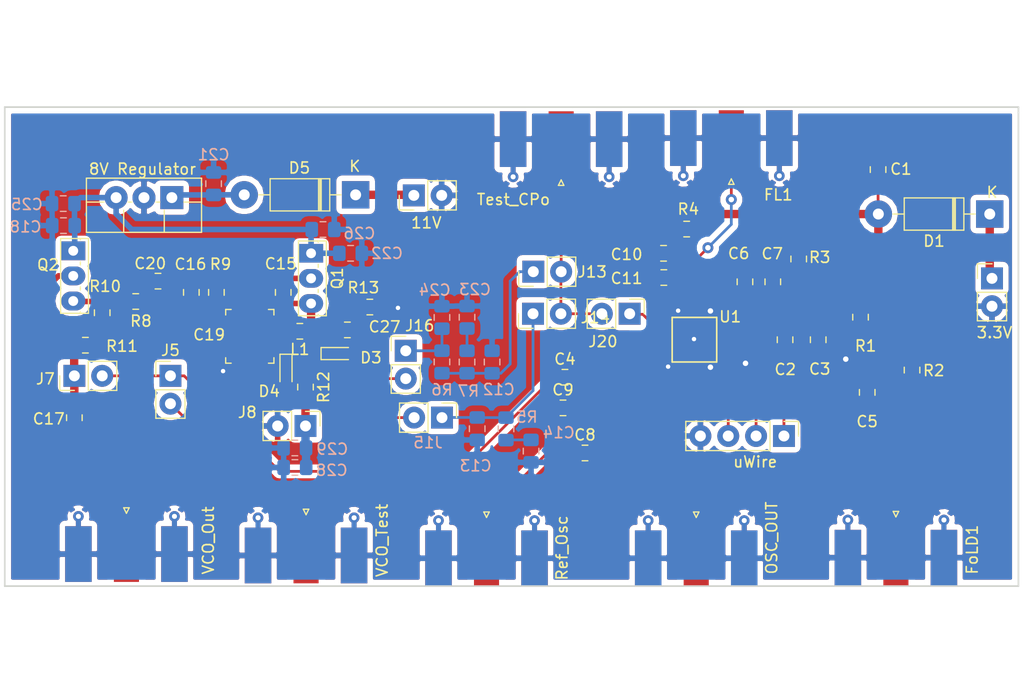
<source format=kicad_pcb>
(kicad_pcb (version 20171130) (host pcbnew "(5.0.2)-1")
  (layers (0 F.Cu signal) (31 B.Cu signal) (34 B.Paste user) (35 F.Paste user) (36 B.SilkS user) (37 F.SilkS user) (38 B.Mask user) (39 F.Mask user) (44 Edge.Cuts user))
  (net 0 "")
  (net 1 GND)
  (net 2 "Net-(C4-Pad1)")
  (net 3 "Net-(C8-Pad1)")
  (net 4 "Net-(C9-Pad2)")
  (net 5 PLL_Power)
  (net 6 "Net-(C12-Pad2)")
  (net 7 "Net-(C15-Pad1)")
  (net 8 "Net-(C15-Pad2)")
  (net 9 8V)
  (net 10 "Net-(C20-Pad2)")
  (net 11 "Net-(C21-Pad1)")
  (net 12 "Net-(D1-Pad1)")
  (net 13 "Net-(D3-Pad1)")
  (net 14 "Net-(D5-Pad1)")
  (net 15 "Net-(J2-Pad1)")
  (net 16 "Net-(J13-Pad2)")
  (net 17 V_uC)
  (net 18 Vp)
  (net 19 Vcc)
  (net 20 CE)
  (net 21 F_IN)
  (net 22 OSC_IN)
  (net 23 CPo)
  (net 24 LE)
  (net 25 Data)
  (net 26 FL)
  (net 27 FoLD)
  (net 28 OSC_OUT)
  (net 29 Clock)
  (net 30 "Net-(C13-Pad1)")
  (net 31 "Net-(C14-Pad1)")
  (net 32 "Net-(C17-Pad2)")
  (net 33 "Net-(C17-Pad1)")
  (net 34 "Net-(Q2-Pad3)")
  (net 35 "Net-(C23-Pad1)")
  (net 36 "Net-(C24-Pad1)")
  (net 37 "Net-(C27-Pad1)")
  (net 38 "Net-(C28-Pad2)")
  (module Connector_Coaxial:SMA_Molex_73251-1153_EdgeMount_Horizontal (layer F.Cu) (at 106.0958 117.279 90)
    (fp_text reference VCO_Out (at -0.4754 7.4676 90) (layer F.SilkS))
    (fp_text value Conn_Coaxial)
    (pad 1 smd rect (at -1.72 0 90) (size 5.08 2.29) (layers F.Cu F.Paste F.Mask) (net 32 "Net-(C17-Pad2)"))
    (pad 2 smd rect (at -1.72 -4.38 90) (size 5.08 2.42) (layers F.Cu F.Paste F.Mask) (net 1 GND))
    (pad 2 smd rect (at -1.72 4.38 90) (size 5.08 2.42) (layers F.Cu F.Paste F.Mask) (net 1 GND))
    (pad 2 smd rect (at -1.72 -4.38 90) (size 5.08 2.42) (layers B.Cu B.Paste B.Mask) (net 1 GND))
    (pad 2 smd rect (at -1.72 4.38 90) (size 5.08 2.42) (layers B.Cu B.Paste B.Mask) (net 1 GND))
    (pad 2 thru_hole circle (at 1.72 -4.38 90) (size 0.97 0.97) (drill 0.46) (layers *.Cu) (net 1 GND))
    (pad 2 thru_hole circle (at 1.72 4.38 90) (size 0.97 0.97) (drill 0.46) (layers *.Cu) (net 1 GND))
    (pad 2 smd rect (at 1.27 -4.38 90) (size 0.95 0.46) (layers F.Cu) (net 1 GND))
    (pad 2 smd rect (at 1.27 4.38 90) (size 0.95 0.46) (layers F.Cu) (net 1 GND))
    (pad 2 smd rect (at 1.27 -4.38 90) (size 0.95 0.46) (layers B.Cu) (net 1 GND))
    (pad 2 smd rect (at 1.27 4.38 90) (size 0.95 0.46) (layers B.Cu) (net 1 GND))
  )
  (module Resistor_SMD:R_0805_2012Metric_Pad1.15x1.40mm_HandSolder (layer F.Cu) (at 128.2954 96.4692 180)
    (fp_text reference R13 (at 0.5879 1.7653 180) (layer F.SilkS))
    (fp_text value 10k)
    (pad 1 smd roundrect (at -1.025 0 180) (size 1.15 1.4) (layers F.Cu F.Paste F.Mask) (roundrect_rratio 0.217391) (net 1 GND))
    (pad 2 smd roundrect (at 1.025 0 180) (size 1.15 1.4) (layers F.Cu F.Paste F.Mask) (roundrect_rratio 0.217391) (net 37 "Net-(C27-Pad1)"))
  )
  (module Connector_PinHeader_2.54mm:PinHeader_1x02_P2.54mm_Vertical (layer F.Cu) (at 185.039 93.853)
    (fp_text reference 3.3V (at 0.2286 4.94792) (layer F.SilkS))
    (fp_text value Conn_01x02_Male)
    (pad 2 thru_hole oval (at 0 2.54) (size 2 2) (drill 1) (layers *.Cu *.Mask) (net 1 GND))
    (pad 1 thru_hole rect (at 0 0) (size 2 2) (drill 1) (layers *.Cu *.Mask) (net 12 "Net-(D1-Pad1)"))
  )
  (module Connector_Coaxial:SMA_Molex_73251-1153_EdgeMount_Horizontal (layer F.Cu) (at 122.4788 117.406 90)
    (fp_text reference VCO_Test (at -0.3484 6.9342 90) (layer F.SilkS))
    (fp_text value Conn_Coaxial)
    (pad 2 smd rect (at 1.27 4.38 90) (size 0.95 0.46) (layers B.Cu) (net 1 GND))
    (pad 2 smd rect (at 1.27 -4.38 90) (size 0.95 0.46) (layers B.Cu) (net 1 GND))
    (pad 2 smd rect (at 1.27 4.38 90) (size 0.95 0.46) (layers F.Cu) (net 1 GND))
    (pad 2 smd rect (at 1.27 -4.38 90) (size 0.95 0.46) (layers F.Cu) (net 1 GND))
    (pad 2 thru_hole circle (at 1.72 4.38 90) (size 0.97 0.97) (drill 0.46) (layers *.Cu) (net 1 GND))
    (pad 2 thru_hole circle (at 1.72 -4.38 90) (size 0.97 0.97) (drill 0.46) (layers *.Cu) (net 1 GND))
    (pad 2 smd rect (at -1.72 4.38 90) (size 5.08 2.42) (layers B.Cu B.Paste B.Mask) (net 1 GND))
    (pad 2 smd rect (at -1.72 -4.38 90) (size 5.08 2.42) (layers B.Cu B.Paste B.Mask) (net 1 GND))
    (pad 2 smd rect (at -1.72 4.38 90) (size 5.08 2.42) (layers F.Cu F.Paste F.Mask) (net 1 GND))
    (pad 2 smd rect (at -1.72 -4.38 90) (size 5.08 2.42) (layers F.Cu F.Paste F.Mask) (net 1 GND))
    (pad 1 smd rect (at -1.72 0 90) (size 5.08 2.29) (layers F.Cu F.Paste F.Mask) (net 15 "Net-(J2-Pad1)"))
  )
  (module Connector_Coaxial:SMA_Molex_73251-1153_EdgeMount_Horizontal (layer F.Cu) (at 138.938 117.66 90)
    (fp_text reference Ref_Osc (at -0.7802 6.8834 90) (layer F.SilkS))
    (fp_text value Conn_Coaxial)
    (pad 1 smd rect (at -1.72 0 90) (size 5.08 2.29) (layers F.Cu F.Paste F.Mask) (net 3 "Net-(C8-Pad1)"))
    (pad 2 smd rect (at -1.72 -4.38 90) (size 5.08 2.42) (layers F.Cu F.Paste F.Mask) (net 1 GND))
    (pad 2 smd rect (at -1.72 4.38 90) (size 5.08 2.42) (layers F.Cu F.Paste F.Mask) (net 1 GND))
    (pad 2 smd rect (at -1.72 -4.38 90) (size 5.08 2.42) (layers B.Cu B.Paste B.Mask) (net 1 GND))
    (pad 2 smd rect (at -1.72 4.38 90) (size 5.08 2.42) (layers B.Cu B.Paste B.Mask) (net 1 GND))
    (pad 2 thru_hole circle (at 1.72 -4.38 90) (size 0.97 0.97) (drill 0.46) (layers *.Cu) (net 1 GND))
    (pad 2 thru_hole circle (at 1.72 4.38 90) (size 0.97 0.97) (drill 0.46) (layers *.Cu) (net 1 GND))
    (pad 2 smd rect (at 1.27 -4.38 90) (size 0.95 0.46) (layers F.Cu) (net 1 GND))
    (pad 2 smd rect (at 1.27 4.38 90) (size 0.95 0.46) (layers F.Cu) (net 1 GND))
    (pad 2 smd rect (at 1.27 -4.38 90) (size 0.95 0.46) (layers B.Cu) (net 1 GND))
    (pad 2 smd rect (at 1.27 4.38 90) (size 0.95 0.46) (layers B.Cu) (net 1 GND))
  )
  (module Connector_Coaxial:SMA_Molex_73251-1153_EdgeMount_Horizontal (layer F.Cu) (at 145.7452 82.873 270)
    (fp_text reference Test_CPo (at 3.78672 4.35356) (layer F.SilkS))
    (fp_text value Conn_Coaxial)
    (pad 2 smd rect (at 1.27 4.38 270) (size 0.95 0.46) (layers B.Cu) (net 1 GND))
    (pad 2 smd rect (at 1.27 -4.38 270) (size 0.95 0.46) (layers B.Cu) (net 1 GND))
    (pad 2 smd rect (at 1.27 4.38 270) (size 0.95 0.46) (layers F.Cu) (net 1 GND))
    (pad 2 smd rect (at 1.27 -4.38 270) (size 0.95 0.46) (layers F.Cu) (net 1 GND))
    (pad 2 thru_hole circle (at 1.72 4.38 270) (size 0.97 0.97) (drill 0.46) (layers *.Cu) (net 1 GND))
    (pad 2 thru_hole circle (at 1.72 -4.38 270) (size 0.97 0.97) (drill 0.46) (layers *.Cu) (net 1 GND))
    (pad 2 smd rect (at -1.72 4.38 270) (size 5.08 2.42) (layers B.Cu B.Paste B.Mask) (net 1 GND))
    (pad 2 smd rect (at -1.72 -4.38 270) (size 5.08 2.42) (layers B.Cu B.Paste B.Mask) (net 1 GND))
    (pad 2 smd rect (at -1.72 4.38 270) (size 5.08 2.42) (layers F.Cu F.Paste F.Mask) (net 1 GND))
    (pad 2 smd rect (at -1.72 -4.38 270) (size 5.08 2.42) (layers F.Cu F.Paste F.Mask) (net 1 GND))
    (pad 1 smd rect (at -1.72 0 270) (size 5.08 2.29) (layers F.Cu F.Paste F.Mask) (net 16 "Net-(J13-Pad2)"))
  )
  (module Capacitor_SMD:C_0805_2012Metric_Pad1.15x1.40mm_HandSolder (layer B.Cu) (at 121.4628 111.0996)
    (fp_text reference C28 (at 3.3528 0.254) (layer B.SilkS) (effects (justify mirror)))
    (fp_text value 100pF)
    (pad 2 smd roundrect (at 1.025 0) (size 1.15 1.4) (layers B.Cu B.Paste B.Mask) (roundrect_rratio 0.217391) (net 38 "Net-(C28-Pad2)"))
    (pad 1 smd roundrect (at -1.025 0) (size 1.15 1.4) (layers B.Cu B.Paste B.Mask) (roundrect_rratio 0.217391) (net 1 GND))
  )
  (module Capacitor_SMD:C_0805_2012Metric_Pad1.15x1.40mm_HandSolder (layer B.Cu) (at 121.4538 109.3216)
    (fp_text reference C29 (at 3.4126 0.1016) (layer B.SilkS) (effects (justify mirror)))
    (fp_text value 100nF)
    (pad 1 smd roundrect (at -1.025 0) (size 1.15 1.4) (layers B.Cu B.Paste B.Mask) (roundrect_rratio 0.217391) (net 1 GND))
    (pad 2 smd roundrect (at 1.025 0) (size 1.15 1.4) (layers B.Cu B.Paste B.Mask) (roundrect_rratio 0.217391) (net 38 "Net-(C28-Pad2)"))
  )
  (module Capacitor_SMD:C_0805_2012Metric_Pad1.15x1.40mm_HandSolder (layer F.Cu) (at 126.247 98.552 180)
    (fp_text reference C27 (at -3.3946 0.2794 180) (layer F.SilkS))
    (fp_text value ?)
    (pad 1 smd roundrect (at -1.025 0 180) (size 1.15 1.4) (layers F.Cu F.Paste F.Mask) (roundrect_rratio 0.217391) (net 37 "Net-(C27-Pad1)"))
    (pad 2 smd roundrect (at 1.025 0 180) (size 1.15 1.4) (layers F.Cu F.Paste F.Mask) (roundrect_rratio 0.217391) (net 8 "Net-(C15-Pad2)"))
  )
  (module Capacitor_SMD:C_0805_2012Metric_Pad1.15x1.40mm_HandSolder (layer B.Cu) (at 124.0245 89.3953 180)
    (fp_text reference C26 (at -3.3184 -0.3556 180) (layer B.SilkS) (effects (justify mirror)))
    (fp_text value 100pF)
    (pad 2 smd roundrect (at 1.025 0 180) (size 1.15 1.4) (layers B.Cu B.Paste B.Mask) (roundrect_rratio 0.217391) (net 9 8V))
    (pad 1 smd roundrect (at -1.025 0 180) (size 1.15 1.4) (layers B.Cu B.Paste B.Mask) (roundrect_rratio 0.217391) (net 1 GND))
  )
  (module Capacitor_SMD:C_0805_2012Metric_Pad1.15x1.40mm_HandSolder (layer B.Cu) (at 100.3337 87.0331)
    (fp_text reference C25 (at -3.3184 0.0762) (layer B.SilkS) (effects (justify mirror)))
    (fp_text value 100pF)
    (pad 1 smd roundrect (at -1.025 0) (size 1.15 1.4) (layers B.Cu B.Paste B.Mask) (roundrect_rratio 0.217391) (net 1 GND))
    (pad 2 smd roundrect (at 1.025 0) (size 1.15 1.4) (layers B.Cu B.Paste B.Mask) (roundrect_rratio 0.217391) (net 9 8V))
  )
  (module Resistor_SMD:R_0805_2012Metric_Pad1.15x1.40mm_HandSolder (layer F.Cu) (at 103.886 96.9862 270)
    (fp_text reference R10 (at -2.4093 -0.2667) (layer F.SilkS))
    (fp_text value 100k)
    (pad 1 smd roundrect (at -1.025 0 270) (size 1.15 1.4) (layers F.Cu F.Paste F.Mask) (roundrect_rratio 0.217391) (net 34 "Net-(Q2-Pad3)"))
    (pad 2 smd roundrect (at 1.025 0 270) (size 1.15 1.4) (layers F.Cu F.Paste F.Mask) (roundrect_rratio 0.217391) (net 1 GND))
  )
  (module Resistor_SMD:R_0805_2012Metric_Pad1.15x1.40mm_HandSolder (layer F.Cu) (at 122.428 103.768 270)
    (fp_text reference R12 (at 0 -1.65 270) (layer F.SilkS))
    (fp_text value 1k)
    (pad 1 smd roundrect (at -1.025 0 270) (size 1.15 1.4) (layers F.Cu F.Paste F.Mask) (roundrect_rratio 0.217391) (net 13 "Net-(D3-Pad1)"))
    (pad 2 smd roundrect (at 1.025 0 270) (size 1.15 1.4) (layers F.Cu F.Paste F.Mask) (roundrect_rratio 0.217391) (net 38 "Net-(C28-Pad2)"))
  )
  (module Capacitor_SMD:C_0805_2012Metric_Pad1.15x1.40mm_HandSolder (layer B.Cu) (at 134.874 97.418 90)
    (fp_text reference C24 (at 2.4982 -0.6604) (layer B.SilkS) (effects (justify mirror)))
    (fp_text value C)
    (pad 2 smd roundrect (at 1.025 0 90) (size 1.15 1.4) (layers B.Cu B.Paste B.Mask) (roundrect_rratio 0.217391) (net 1 GND))
    (pad 1 smd roundrect (at -1.025 0 90) (size 1.15 1.4) (layers B.Cu B.Paste B.Mask) (roundrect_rratio 0.217391) (net 36 "Net-(C24-Pad1)"))
  )
  (module Capacitor_SMD:C_0805_2012Metric_Pad1.15x1.40mm_HandSolder (layer B.Cu) (at 137.16 97.4 90)
    (fp_text reference C23 (at 2.531 0.7239) (layer B.SilkS) (effects (justify mirror)))
    (fp_text value C)
    (pad 1 smd roundrect (at -1.025 0 90) (size 1.15 1.4) (layers B.Cu B.Paste B.Mask) (roundrect_rratio 0.217391) (net 35 "Net-(C23-Pad1)"))
    (pad 2 smd roundrect (at 1.025 0 90) (size 1.15 1.4) (layers B.Cu B.Paste B.Mask) (roundrect_rratio 0.217391) (net 1 GND))
  )
  (module Capacitor_SMD:C_Trimmer_Murata_TZB4-B (layer F.Cu) (at 117.348 99.139 270)
    (fp_text reference C19 (at -0.1425 3.7084) (layer F.SilkS))
    (fp_text value C_Variable)
    (pad 1 smd rect (at -3 0 270) (size 2 1.6) (layers F.Cu F.Paste F.Mask) (net 8 "Net-(C15-Pad2)"))
    (pad 2 smd rect (at 3 0 270) (size 2 1.6) (layers F.Cu F.Paste F.Mask) (net 1 GND))
  )
  (module Resistor_SMD:R_0805_2012Metric_Pad1.15x1.40mm_HandSolder (layer B.Cu) (at 137.16 101.482 90)
    (fp_text reference R7 (at -2.6453 0.127) (layer B.SilkS) (effects (justify mirror)))
    (fp_text value R)
    (pad 1 smd roundrect (at -1.025 0 90) (size 1.15 1.4) (layers B.Cu B.Paste B.Mask) (roundrect_rratio 0.217391) (net 6 "Net-(C12-Pad2)"))
    (pad 2 smd roundrect (at 1.025 0 90) (size 1.15 1.4) (layers B.Cu B.Paste B.Mask) (roundrect_rratio 0.217391) (net 35 "Net-(C23-Pad1)"))
  )
  (module Resistor_SMD:R_0805_2012Metric_Pad1.15x1.40mm_HandSolder (layer F.Cu) (at 106.943 95.9612)
    (fp_text reference R8 (at 0.4736 1.7907) (layer F.SilkS))
    (fp_text value "0 Ohms")
    (pad 2 smd roundrect (at 1.025 0) (size 1.15 1.4) (layers F.Cu F.Paste F.Mask) (roundrect_rratio 0.217391) (net 10 "Net-(C20-Pad2)"))
    (pad 1 smd roundrect (at -1.025 0) (size 1.15 1.4) (layers F.Cu F.Paste F.Mask) (roundrect_rratio 0.217391) (net 34 "Net-(Q2-Pad3)"))
  )
  (module Capacitor_SMD:C_0805_2012Metric_Pad1.15x1.40mm_HandSolder (layer F.Cu) (at 101.346 106.562 270)
    (fp_text reference C17 (at 0.1053 2.3368) (layer F.SilkS))
    (fp_text value 100nF)
    (pad 2 smd roundrect (at 1.025 0 270) (size 1.15 1.4) (layers F.Cu F.Paste F.Mask) (roundrect_rratio 0.217391) (net 32 "Net-(C17-Pad2)"))
    (pad 1 smd roundrect (at -1.025 0 270) (size 1.15 1.4) (layers F.Cu F.Paste F.Mask) (roundrect_rratio 0.217391) (net 33 "Net-(C17-Pad1)"))
  )
  (module Capacitor_SMD:C_0805_2012Metric_Pad1.15x1.40mm_HandSolder (layer B.Cu) (at 143.002 109.61 270)
    (fp_text reference C14 (at -1.6854 -2.5273 180) (layer B.SilkS) (effects (justify mirror)))
    (fp_text value C)
    (pad 1 smd roundrect (at -1.025 0 270) (size 1.15 1.4) (layers B.Cu B.Paste B.Mask) (roundrect_rratio 0.217391) (net 31 "Net-(C14-Pad1)"))
    (pad 2 smd roundrect (at 1.025 0 270) (size 1.15 1.4) (layers B.Cu B.Paste B.Mask) (roundrect_rratio 0.217391) (net 1 GND))
  )
  (module Package_TO_SOT_THT:TO-251-3_Vertical (layer F.Cu) (at 101.2444 91.3384 270)
    (fp_text reference Q2 (at 1.2827 2.2987) (layer F.SilkS))
    (fp_text value Q_NJFET_DSG)
    (pad 3 thru_hole oval (at 4.58 0 270) (size 1.7175 2.2) (drill 0.9) (layers *.Cu *.Mask) (net 34 "Net-(Q2-Pad3)"))
    (pad 2 thru_hole oval (at 2.29 0 270) (size 1.7175 2.2) (drill 0.9) (layers *.Cu *.Mask) (net 33 "Net-(C17-Pad1)"))
    (pad 1 thru_hole rect (at 0 0 270) (size 1.7175 2.2) (drill 0.9) (layers *.Cu *.Mask) (net 9 8V))
  )
  (module Package_TO_SOT_THT:TO-251-3_Vertical (layer F.Cu) (at 122.936 91.563 270)
    (fp_text reference Q1 (at 2.29 -2.39 270) (layer F.SilkS))
    (fp_text value Q_NJFET_DSG)
    (pad 1 thru_hole rect (at 0 0 270) (size 1.7 2.2) (drill 0.9) (layers *.Cu *.Mask) (net 9 8V))
    (pad 2 thru_hole oval (at 2.29 0 270) (size 1.7 2.2) (drill 0.9) (layers *.Cu *.Mask) (net 7 "Net-(C15-Pad1)"))
    (pad 3 thru_hole oval (at 4.58 0 270) (size 1.7 2.2) (drill 0.9) (layers *.Cu *.Mask) (net 8 "Net-(C15-Pad2)"))
  )
  (module Connector_Coaxial:SMA_Molex_73251-1153_EdgeMount_Horizontal (layer F.Cu) (at 176.276 117.6092 90)
    (fp_text reference FoLD1 (at -0.9834 6.9596 90) (layer F.SilkS))
    (fp_text value Conn_Coaxial)
    (pad 2 smd rect (at 1.27 4.38 90) (size 0.95 0.46) (layers B.Cu) (net 1 GND))
    (pad 2 smd rect (at 1.27 -4.38 90) (size 0.95 0.46) (layers B.Cu) (net 1 GND))
    (pad 2 smd rect (at 1.27 4.38 90) (size 0.95 0.46) (layers F.Cu) (net 1 GND))
    (pad 2 smd rect (at 1.27 -4.38 90) (size 0.95 0.46) (layers F.Cu) (net 1 GND))
    (pad 2 thru_hole circle (at 1.72 4.38 90) (size 0.97 0.97) (drill 0.46) (layers *.Cu) (net 1 GND))
    (pad 2 thru_hole circle (at 1.72 -4.38 90) (size 0.97 0.97) (drill 0.46) (layers *.Cu) (net 1 GND))
    (pad 2 smd rect (at -1.72 4.38 90) (size 5.08 2.42) (layers B.Cu B.Paste B.Mask) (net 1 GND))
    (pad 2 smd rect (at -1.72 -4.38 90) (size 5.08 2.42) (layers B.Cu B.Paste B.Mask) (net 1 GND))
    (pad 2 smd rect (at -1.72 4.38 90) (size 5.08 2.42) (layers F.Cu F.Paste F.Mask) (net 1 GND))
    (pad 2 smd rect (at -1.72 -4.38 90) (size 5.08 2.42) (layers F.Cu F.Paste F.Mask) (net 1 GND))
    (pad 1 smd rect (at -1.72 0 90) (size 5.08 2.29) (layers F.Cu F.Paste F.Mask) (net 27 FoLD))
  )
  (module Connector_Coaxial:SMA_Molex_73251-1153_EdgeMount_Horizontal (layer F.Cu) (at 161.2646 82.7786 270)
    (fp_text reference FL1 (at 3.45652 -4.28244) (layer F.SilkS))
    (fp_text value Conn_Coaxial)
    (pad 1 smd rect (at -1.72 0 270) (size 5.08 2.29) (layers F.Cu F.Paste F.Mask) (net 26 FL))
    (pad 2 smd rect (at -1.72 -4.38 270) (size 5.08 2.42) (layers F.Cu F.Paste F.Mask) (net 1 GND))
    (pad 2 smd rect (at -1.72 4.38 270) (size 5.08 2.42) (layers F.Cu F.Paste F.Mask) (net 1 GND))
    (pad 2 smd rect (at -1.72 -4.38 270) (size 5.08 2.42) (layers B.Cu B.Paste B.Mask) (net 1 GND))
    (pad 2 smd rect (at -1.72 4.38 270) (size 5.08 2.42) (layers B.Cu B.Paste B.Mask) (net 1 GND))
    (pad 2 thru_hole circle (at 1.72 -4.38 270) (size 0.97 0.97) (drill 0.46) (layers *.Cu) (net 1 GND))
    (pad 2 thru_hole circle (at 1.72 4.38 270) (size 0.97 0.97) (drill 0.46) (layers *.Cu) (net 1 GND))
    (pad 2 smd rect (at 1.27 -4.38 270) (size 0.95 0.46) (layers F.Cu) (net 1 GND))
    (pad 2 smd rect (at 1.27 4.38 270) (size 0.95 0.46) (layers F.Cu) (net 1 GND))
    (pad 2 smd rect (at 1.27 -4.38 270) (size 0.95 0.46) (layers B.Cu) (net 1 GND))
    (pad 2 smd rect (at 1.27 4.38 270) (size 0.95 0.46) (layers B.Cu) (net 1 GND))
  )
  (module Connector_Coaxial:SMA_Molex_73251-1153_EdgeMount_Horizontal (layer F.Cu) (at 158.0642 117.66 90)
    (fp_text reference OSC_OUT (at 0.1342 6.8834 90) (layer F.SilkS))
    (fp_text value Conn_Coaxial)
    (pad 1 smd rect (at -1.72 0 90) (size 5.08 2.29) (layers F.Cu F.Paste F.Mask) (net 28 OSC_OUT))
    (pad 2 smd rect (at -1.72 -4.38 90) (size 5.08 2.42) (layers F.Cu F.Paste F.Mask) (net 1 GND))
    (pad 2 smd rect (at -1.72 4.38 90) (size 5.08 2.42) (layers F.Cu F.Paste F.Mask) (net 1 GND))
    (pad 2 smd rect (at -1.72 -4.38 90) (size 5.08 2.42) (layers B.Cu B.Paste B.Mask) (net 1 GND))
    (pad 2 smd rect (at -1.72 4.38 90) (size 5.08 2.42) (layers B.Cu B.Paste B.Mask) (net 1 GND))
    (pad 2 thru_hole circle (at 1.72 -4.38 90) (size 0.97 0.97) (drill 0.46) (layers *.Cu) (net 1 GND))
    (pad 2 thru_hole circle (at 1.72 4.38 90) (size 0.97 0.97) (drill 0.46) (layers *.Cu) (net 1 GND))
    (pad 2 smd rect (at 1.27 -4.38 90) (size 0.95 0.46) (layers F.Cu) (net 1 GND))
    (pad 2 smd rect (at 1.27 4.38 90) (size 0.95 0.46) (layers F.Cu) (net 1 GND))
    (pad 2 smd rect (at 1.27 -4.38 90) (size 0.95 0.46) (layers B.Cu) (net 1 GND))
    (pad 2 smd rect (at 1.27 4.38 90) (size 0.95 0.46) (layers B.Cu) (net 1 GND))
  )
  (module Capacitor_SMD:C_0805_2012Metric_Pad1.15x1.40mm_HandSolder (layer F.Cu) (at 174.6504 83.9306 270)
    (fp_text reference C1 (at -0.04456 -2.0828) (layer F.SilkS))
    (fp_text value C)
    (pad 1 smd roundrect (at -1.025 0 270) (size 1.15 1.4) (layers F.Cu F.Paste F.Mask) (roundrect_rratio 0.217391) (net 1 GND))
    (pad 2 smd roundrect (at 1.025 0 270) (size 1.15 1.4) (layers F.Cu F.Paste F.Mask) (roundrect_rratio 0.217391) (net 5 PLL_Power))
  )
  (module Capacitor_SMD:C_0805_2012Metric_Pad1.15x1.40mm_HandSolder (layer F.Cu) (at 166.1668 99.45 90)
    (fp_text reference C2 (at -2.7088 0.02032 180) (layer F.SilkS))
    (fp_text value 100nF)
    (pad 1 smd roundrect (at -1.025 0 90) (size 1.15 1.4) (layers F.Cu F.Paste F.Mask) (roundrect_rratio 0.217391) (net 1 GND))
    (pad 2 smd roundrect (at 1.025 0 90) (size 1.15 1.4) (layers F.Cu F.Paste F.Mask) (roundrect_rratio 0.217391) (net 17 V_uC))
  )
  (module Capacitor_SMD:C_0805_2012Metric_Pad1.15x1.40mm_HandSolder (layer F.Cu) (at 169.1894 99.45 90)
    (fp_text reference C3 (at -2.67324 0.14224 180) (layer F.SilkS))
    (fp_text value 100pF)
    (pad 2 smd roundrect (at 1.025 0 90) (size 1.15 1.4) (layers F.Cu F.Paste F.Mask) (roundrect_rratio 0.217391) (net 17 V_uC))
    (pad 1 smd roundrect (at -1.025 0 90) (size 1.15 1.4) (layers F.Cu F.Paste F.Mask) (roundrect_rratio 0.217391) (net 1 GND))
  )
  (module Capacitor_SMD:C_0805_2012Metric_Pad1.15x1.40mm_HandSolder (layer F.Cu) (at 146.0918 102.87)
    (fp_text reference C4 (at 0 -1.65) (layer F.SilkS))
    (fp_text value 1000pF)
    (pad 2 smd roundrect (at 1.025 0) (size 1.15 1.4) (layers F.Cu F.Paste F.Mask) (roundrect_rratio 0.217391) (net 21 F_IN))
    (pad 1 smd roundrect (at -1.025 0) (size 1.15 1.4) (layers F.Cu F.Paste F.Mask) (roundrect_rratio 0.217391) (net 2 "Net-(C4-Pad1)"))
  )
  (module Capacitor_SMD:C_0805_2012Metric_Pad1.15x1.40mm_HandSolder (layer F.Cu) (at 173.6598 104.2506 90)
    (fp_text reference C5 (at -2.66308 -0.00508 180) (layer F.SilkS))
    (fp_text value 100nF)
    (pad 2 smd roundrect (at 1.025 0 90) (size 1.15 1.4) (layers F.Cu F.Paste F.Mask) (roundrect_rratio 0.217391) (net 20 CE))
    (pad 1 smd roundrect (at -1.025 0 90) (size 1.15 1.4) (layers F.Cu F.Paste F.Mask) (roundrect_rratio 0.217391) (net 1 GND))
  )
  (module Capacitor_SMD:C_0805_2012Metric_Pad1.15x1.40mm_HandSolder (layer F.Cu) (at 162.5092 94.1668 90)
    (fp_text reference C6 (at 2.5871 -0.5715 180) (layer F.SilkS))
    (fp_text value 100nF)
    (pad 1 smd roundrect (at -1.025 0 90) (size 1.15 1.4) (layers F.Cu F.Paste F.Mask) (roundrect_rratio 0.217391) (net 1 GND))
    (pad 2 smd roundrect (at 1.025 0 90) (size 1.15 1.4) (layers F.Cu F.Paste F.Mask) (roundrect_rratio 0.217391) (net 19 Vcc))
  )
  (module Capacitor_SMD:C_0805_2012Metric_Pad1.15x1.40mm_HandSolder (layer F.Cu) (at 165.0492 94.1668 90)
    (fp_text reference C7 (at 2.5617 -0.0508 180) (layer F.SilkS))
    (fp_text value 100pF)
    (pad 1 smd roundrect (at -1.025 0 90) (size 1.15 1.4) (layers F.Cu F.Paste F.Mask) (roundrect_rratio 0.217391) (net 1 GND))
    (pad 2 smd roundrect (at 1.025 0 90) (size 1.15 1.4) (layers F.Cu F.Paste F.Mask) (roundrect_rratio 0.217391) (net 19 Vcc))
  )
  (module Capacitor_SMD:C_0805_2012Metric_Pad1.15x1.40mm_HandSolder (layer F.Cu) (at 147.9206 109.7788)
    (fp_text reference C8 (at 0 -1.65) (layer F.SilkS))
    (fp_text value 1000pF)
    (pad 2 smd roundrect (at 1.025 0) (size 1.15 1.4) (layers F.Cu F.Paste F.Mask) (roundrect_rratio 0.217391) (net 22 OSC_IN))
    (pad 1 smd roundrect (at -1.025 0) (size 1.15 1.4) (layers F.Cu F.Paste F.Mask) (roundrect_rratio 0.217391) (net 3 "Net-(C8-Pad1)"))
  )
  (module Capacitor_SMD:C_0805_2012Metric_Pad1.15x1.40mm_HandSolder (layer F.Cu) (at 145.914 105.664)
    (fp_text reference C9 (at 0 -1.65) (layer F.SilkS))
    (fp_text value 100nF)
    (pad 2 smd roundrect (at 1.025 0) (size 1.15 1.4) (layers F.Cu F.Paste F.Mask) (roundrect_rratio 0.217391) (net 4 "Net-(C9-Pad2)"))
    (pad 1 smd roundrect (at -1.025 0) (size 1.15 1.4) (layers F.Cu F.Paste F.Mask) (roundrect_rratio 0.217391) (net 1 GND))
  )
  (module Capacitor_SMD:C_0805_2012Metric_Pad1.15x1.40mm_HandSolder (layer F.Cu) (at 155.0834 91.567)
    (fp_text reference C10 (at -3.3692 0.1016) (layer F.SilkS))
    (fp_text value 100nF)
    (pad 2 smd roundrect (at 1.025 0) (size 1.15 1.4) (layers F.Cu F.Paste F.Mask) (roundrect_rratio 0.217391) (net 18 Vp))
    (pad 1 smd roundrect (at -1.025 0) (size 1.15 1.4) (layers F.Cu F.Paste F.Mask) (roundrect_rratio 0.217391) (net 1 GND))
  )
  (module Capacitor_SMD:C_0805_2012Metric_Pad1.15x1.40mm_HandSolder (layer F.Cu) (at 155.1088 93.7768)
    (fp_text reference C11 (at -3.3946 0.0762) (layer F.SilkS))
    (fp_text value 100pF)
    (pad 1 smd roundrect (at -1.025 0) (size 1.15 1.4) (layers F.Cu F.Paste F.Mask) (roundrect_rratio 0.217391) (net 1 GND))
    (pad 2 smd roundrect (at 1.025 0) (size 1.15 1.4) (layers F.Cu F.Paste F.Mask) (roundrect_rratio 0.217391) (net 18 Vp))
  )
  (module Capacitor_SMD:C_0805_2012Metric_Pad1.15x1.40mm_HandSolder (layer B.Cu) (at 139.446 101.482 270)
    (fp_text reference C12 (at 2.5056 -0.6096 180) (layer B.SilkS) (effects (justify mirror)))
    (fp_text value C)
    (pad 2 smd roundrect (at 1.025 0 270) (size 1.15 1.4) (layers B.Cu B.Paste B.Mask) (roundrect_rratio 0.217391) (net 6 "Net-(C12-Pad2)"))
    (pad 1 smd roundrect (at -1.025 0 270) (size 1.15 1.4) (layers B.Cu B.Paste B.Mask) (roundrect_rratio 0.217391) (net 1 GND))
  )
  (module Capacitor_SMD:C_0805_2012Metric_Pad1.15x1.40mm_HandSolder (layer B.Cu) (at 138.0871 107.5653 270)
    (fp_text reference C13 (at 3.3819 0.1397 180) (layer B.SilkS) (effects (justify mirror)))
    (fp_text value C)
    (pad 2 smd roundrect (at 1.025 0 270) (size 1.15 1.4) (layers B.Cu B.Paste B.Mask) (roundrect_rratio 0.217391) (net 1 GND))
    (pad 1 smd roundrect (at -1.025 0 270) (size 1.15 1.4) (layers B.Cu B.Paste B.Mask) (roundrect_rratio 0.217391) (net 30 "Net-(C13-Pad1)"))
  )
  (module Capacitor_SMD:C_0805_2012Metric_Pad1.15x1.40mm_HandSolder (layer F.Cu) (at 120.396 95.132 270)
    (fp_text reference C15 (at -2.6125 0.2286) (layer F.SilkS))
    (fp_text value 120)
    (pad 1 smd roundrect (at -1.025 0 270) (size 1.15 1.4) (layers F.Cu F.Paste F.Mask) (roundrect_rratio 0.217391) (net 7 "Net-(C15-Pad1)"))
    (pad 2 smd roundrect (at 1.025 0 270) (size 1.15 1.4) (layers F.Cu F.Paste F.Mask) (roundrect_rratio 0.217391) (net 8 "Net-(C15-Pad2)"))
  )
  (module Capacitor_SMD:C_0805_2012Metric_Pad1.15x1.40mm_HandSolder (layer F.Cu) (at 112.014 95.132 90)
    (fp_text reference C16 (at 2.5744 -0.0762 180) (layer F.SilkS))
    (fp_text value 560)
    (pad 2 smd roundrect (at 1.025 0 90) (size 1.15 1.4) (layers F.Cu F.Paste F.Mask) (roundrect_rratio 0.217391) (net 7 "Net-(C15-Pad1)"))
    (pad 1 smd roundrect (at -1.025 0 90) (size 1.15 1.4) (layers F.Cu F.Paste F.Mask) (roundrect_rratio 0.217391) (net 1 GND))
  )
  (module Capacitor_SMD:C_0805_2012Metric_Pad1.15x1.40mm_HandSolder (layer B.Cu) (at 100.3517 89.0397)
    (fp_text reference C18 (at -3.4634 0.1143) (layer B.SilkS) (effects (justify mirror)))
    (fp_text value 100nF)
    (pad 1 smd roundrect (at -1.025 0) (size 1.15 1.4) (layers B.Cu B.Paste B.Mask) (roundrect_rratio 0.217391) (net 1 GND))
    (pad 2 smd roundrect (at 1.025 0) (size 1.15 1.4) (layers B.Cu B.Paste B.Mask) (roundrect_rratio 0.217391) (net 9 8V))
  )
  (module Capacitor_SMD:C_0805_2012Metric_Pad1.15x1.40mm_HandSolder (layer F.Cu) (at 108.975 94.107 180)
    (fp_text reference C20 (at 0.7075 1.6129 180) (layer F.SilkS))
    (fp_text value 10pF)
    (pad 1 smd roundrect (at -1.025 0 180) (size 1.15 1.4) (layers F.Cu F.Paste F.Mask) (roundrect_rratio 0.217391) (net 7 "Net-(C15-Pad1)"))
    (pad 2 smd roundrect (at 1.025 0 180) (size 1.15 1.4) (layers F.Cu F.Paste F.Mask) (roundrect_rratio 0.217391) (net 10 "Net-(C20-Pad2)"))
  )
  (module Capacitor_SMD:C_0805_2012Metric_Pad1.15x1.40mm_HandSolder (layer B.Cu) (at 114.046 85.217 90)
    (fp_text reference C21 (at 2.6416 0 180) (layer B.SilkS) (effects (justify mirror)))
    (fp_text value 100nF)
    (pad 1 smd roundrect (at -1.025 0 90) (size 1.15 1.4) (layers B.Cu B.Paste B.Mask) (roundrect_rratio 0.217391) (net 11 "Net-(C21-Pad1)"))
    (pad 2 smd roundrect (at 1.025 0 90) (size 1.15 1.4) (layers B.Cu B.Paste B.Mask) (roundrect_rratio 0.217391) (net 1 GND))
  )
  (module Capacitor_SMD:C_0805_2012Metric_Pad1.15x1.40mm_HandSolder (layer B.Cu) (at 126.5391 91.567 180)
    (fp_text reference C22 (at -3.3184 0 180) (layer B.SilkS) (effects (justify mirror)))
    (fp_text value 100nF)
    (pad 1 smd roundrect (at -1.025 0 180) (size 1.15 1.4) (layers B.Cu B.Paste B.Mask) (roundrect_rratio 0.217391) (net 1 GND))
    (pad 2 smd roundrect (at 1.025 0 180) (size 1.15 1.4) (layers B.Cu B.Paste B.Mask) (roundrect_rratio 0.217391) (net 9 8V))
  )
  (module Diode_THT:D_DO-41_SOD81_P10.16mm_Horizontal (layer F.Cu) (at 184.8358 87.9856 180)
    (fp_text reference D1 (at 5.08 -2.47 180) (layer F.SilkS))
    (fp_text value DIODE)
    (fp_text user K (at -0.21336 1.9812 180) (layer F.SilkS))
    (pad 1 thru_hole rect (at 0 0 180) (size 2.5 2.5) (drill 1) (layers *.Cu *.Mask) (net 12 "Net-(D1-Pad1)"))
    (pad 2 thru_hole oval (at 10.16 0 180) (size 2.5 2.5) (drill 1) (layers *.Cu *.Mask) (net 5 PLL_Power))
  )
  (module Diode_SMD:D_SC-80_HandSoldering (layer F.Cu) (at 125.646 100.711)
    (fp_text reference D3 (at 2.751 0.381) (layer F.SilkS))
    (fp_text value D_Cap)
    (pad 1 smd rect (at -1.1 0) (size 1.1 0.6) (layers F.Cu F.Paste F.Mask) (net 13 "Net-(D3-Pad1)"))
    (pad 2 smd rect (at 1.1 0) (size 1.1 0.6) (layers F.Cu F.Paste F.Mask) (net 37 "Net-(C27-Pad1)"))
  )
  (module Diode_SMD:D_SC-80_HandSoldering (layer F.Cu) (at 120.65 102.573 270)
    (fp_text reference D4 (at 1.5797 1.5367) (layer F.SilkS))
    (fp_text value D_Cap)
    (pad 2 smd rect (at 1.1 0 270) (size 1.1 0.6) (layers F.Cu F.Paste F.Mask) (net 1 GND))
    (pad 1 smd rect (at -1.1 0 270) (size 1.1 0.6) (layers F.Cu F.Paste F.Mask) (net 13 "Net-(D3-Pad1)"))
  )
  (module Diode_THT:D_DO-41_SOD81_P10.16mm_Horizontal (layer F.Cu) (at 127 86.233 180)
    (fp_text reference D5 (at 5.1308 2.4511 180) (layer F.SilkS))
    (fp_text value DIODE)
    (fp_text user K (at 0.0762 2.6035 180) (layer F.SilkS))
    (pad 2 thru_hole oval (at 10.16 0 180) (size 2.5 2.5) (drill 1) (layers *.Cu *.Mask) (net 11 "Net-(C21-Pad1)"))
    (pad 1 thru_hole rect (at 0 0 180) (size 2.5 2.5) (drill 1) (layers *.Cu *.Mask) (net 14 "Net-(D5-Pad1)"))
  )
  (module Connector_PinHeader_2.54mm:PinHeader_1x04_P2.54mm_Vertical (layer F.Cu) (at 166.0652 108.2294 270)
    (fp_text reference uWire (at 2.3622 2.62128) (layer F.SilkS))
    (fp_text value Conn_01x04_Male)
    (pad 1 thru_hole rect (at 0 0 270) (size 2 2) (drill 1) (layers *.Cu *.Mask) (net 24 LE))
    (pad 2 thru_hole oval (at 0 2.54 270) (size 2 2) (drill 1) (layers *.Cu *.Mask) (net 25 Data))
    (pad 3 thru_hole oval (at 0 5.08 270) (size 2 2) (drill 1) (layers *.Cu *.Mask) (net 29 Clock))
    (pad 4 thru_hole oval (at 0 7.62 270) (size 2 2) (drill 1) (layers *.Cu *.Mask) (net 1 GND))
  )
  (module Connector_PinHeader_2.54mm:PinHeader_1x02_P2.54mm_Vertical (layer F.Cu) (at 110.109 102.743)
    (fp_text reference J5 (at 0 -2.33) (layer F.SilkS))
    (fp_text value Conn_01x02_Male)
    (pad 1 thru_hole rect (at 0 0) (size 2 2) (drill 1) (layers *.Cu *.Mask) (net 2 "Net-(C4-Pad1)"))
    (pad 2 thru_hole oval (at 0 2.54) (size 2 2) (drill 1) (layers *.Cu *.Mask) (net 15 "Net-(J2-Pad1)"))
  )
  (module Connector_PinHeader_2.54mm:PinHeader_1x02_P2.54mm_Vertical (layer F.Cu) (at 101.346 102.743 90)
    (fp_text reference J7 (at -0.2794 -2.6416 180) (layer F.SilkS))
    (fp_text value Conn_01x02_Male)
    (pad 2 thru_hole oval (at 0 2.54 90) (size 2 2) (drill 1) (layers *.Cu *.Mask) (net 2 "Net-(C4-Pad1)"))
    (pad 1 thru_hole rect (at 0 0 90) (size 2 2) (drill 1) (layers *.Cu *.Mask) (net 33 "Net-(C17-Pad1)"))
  )
  (module Connector_PinHeader_2.54mm:PinHeader_1x02_P2.54mm_Vertical (layer F.Cu) (at 122.428 107.315 270)
    (fp_text reference J8 (at -1.2446 5.3086) (layer F.SilkS))
    (fp_text value Conn_01x02_Male)
    (pad 1 thru_hole rect (at 0 0 270) (size 2 2) (drill 1) (layers *.Cu *.Mask) (net 38 "Net-(C28-Pad2)"))
    (pad 2 thru_hole oval (at 0 2.54 270) (size 2 2) (drill 1) (layers *.Cu *.Mask) (net 1 GND))
  )
  (module Connector_PinHeader_2.54mm:PinHeader_1x02_P2.54mm_Vertical (layer F.Cu) (at 143.2052 93.2434 90)
    (fp_text reference J13 (at -0.02032 5.37464 180) (layer F.SilkS))
    (fp_text value Conn_01x02_Male)
    (pad 2 thru_hole oval (at 0 2.54 90) (size 2 2) (drill 1) (layers *.Cu *.Mask) (net 16 "Net-(J13-Pad2)"))
    (pad 1 thru_hole rect (at 0 0 90) (size 2 2) (drill 1) (layers *.Cu *.Mask) (net 6 "Net-(C12-Pad2)"))
  )
  (module Connector_PinHeader_2.54mm:PinHeader_1x02_P2.54mm_Vertical (layer F.Cu) (at 143.1798 97.0788 90)
    (fp_text reference J14 (at -0.3556 5.68452 180) (layer F.SilkS))
    (fp_text value Conn_01x02_Male)
    (pad 1 thru_hole rect (at 0 0 90) (size 2 2) (drill 1) (layers *.Cu *.Mask) (net 30 "Net-(C13-Pad1)"))
    (pad 2 thru_hole oval (at 0 2.54 90) (size 2 2) (drill 1) (layers *.Cu *.Mask) (net 16 "Net-(J13-Pad2)"))
  )
  (module Connector_PinHeader_2.54mm:PinHeader_1x02_P2.54mm_Vertical (layer F.Cu) (at 134.874 106.553 270)
    (fp_text reference J15 (at 2.286 1.27 180) (layer B.SilkS) (effects (justify mirror)))
    (fp_text value Conn_01x02_Male)
    (pad 2 thru_hole oval (at 0 2.54 270) (size 2 2) (drill 1) (layers *.Cu *.Mask) (net 13 "Net-(D3-Pad1)"))
    (pad 1 thru_hole rect (at 0 0 270) (size 2 2) (drill 1) (layers *.Cu *.Mask) (net 30 "Net-(C13-Pad1)"))
  )
  (module Connector_PinHeader_2.54mm:PinHeader_1x02_P2.54mm_Vertical (layer F.Cu) (at 131.572 100.457)
    (fp_text reference J16 (at 1.27 -2.286) (layer F.SilkS))
    (fp_text value Conn_01x02_Male)
    (pad 1 thru_hole rect (at 0 0) (size 2 2) (drill 1) (layers *.Cu *.Mask) (net 36 "Net-(C24-Pad1)"))
    (pad 2 thru_hole oval (at 0 2.54) (size 2 2) (drill 1) (layers *.Cu *.Mask) (net 13 "Net-(D3-Pad1)"))
  )
  (module Connector_PinHeader_2.54mm:PinHeader_1x02_P2.54mm_Vertical (layer F.Cu) (at 132.3086 86.2838 90)
    (fp_text reference 11V (at -2.5019 1.143 180) (layer F.SilkS))
    (fp_text value Conn_01x02_Male)
    (pad 1 thru_hole rect (at 0 0 90) (size 2 2) (drill 1) (layers *.Cu *.Mask) (net 14 "Net-(D5-Pad1)"))
    (pad 2 thru_hole oval (at 0 2.54 90) (size 2 2) (drill 1) (layers *.Cu *.Mask) (net 1 GND))
  )
  (module Connector_PinHeader_2.54mm:PinHeader_1x02_P2.54mm_Vertical (layer F.Cu) (at 151.9936 97.0788 270)
    (fp_text reference J20 (at 2.54 2.4384) (layer F.SilkS))
    (fp_text value Conn_01x02_Male)
    (pad 2 thru_hole oval (at 0 2.54 270) (size 2 2) (drill 1) (layers *.Cu *.Mask) (net 16 "Net-(J13-Pad2)"))
    (pad 1 thru_hole rect (at 0 0 270) (size 2 2) (drill 1) (layers *.Cu *.Mask) (net 23 CPo))
  )
  (module Inductor_SMD:L_0805_2012Metric_Pad1.15x1.40mm_HandSolder (layer F.Cu) (at 121.911 98.679 180)
    (fp_text reference L1 (at 0 -1.65 180) (layer F.SilkS))
    (fp_text value 1.8uH)
    (pad 2 smd roundrect (at 1.025 0 180) (size 1.15 1.4) (layers F.Cu F.Paste F.Mask) (roundrect_rratio 0.217391) (net 1 GND))
    (pad 1 smd roundrect (at -1.025 0 180) (size 1.15 1.4) (layers F.Cu F.Paste F.Mask) (roundrect_rratio 0.217391) (net 8 "Net-(C15-Pad2)"))
  )
  (module Resistor_SMD:R_0805_2012Metric_Pad1.15x1.40mm_HandSolder (layer F.Cu) (at 173.0502 97.3926 270)
    (fp_text reference R1 (at 2.62244 -0.46228) (layer F.SilkS))
    (fp_text value 18)
    (pad 1 smd roundrect (at -1.025 0 270) (size 1.15 1.4) (layers F.Cu F.Paste F.Mask) (roundrect_rratio 0.217391) (net 5 PLL_Power))
    (pad 2 smd roundrect (at 1.025 0 270) (size 1.15 1.4) (layers F.Cu F.Paste F.Mask) (roundrect_rratio 0.217391) (net 17 V_uC))
  )
  (module Resistor_SMD:R_0805_2012Metric_Pad1.15x1.40mm_HandSolder (layer F.Cu) (at 177.7492 102.2186 270)
    (fp_text reference R2 (at 0.04688 -1.9812) (layer F.SilkS))
    (fp_text value 10k)
    (pad 2 smd roundrect (at 1.025 0 270) (size 1.15 1.4) (layers F.Cu F.Paste F.Mask) (roundrect_rratio 0.217391) (net 20 CE))
    (pad 1 smd roundrect (at -1.025 0 270) (size 1.15 1.4) (layers F.Cu F.Paste F.Mask) (roundrect_rratio 0.217391) (net 5 PLL_Power))
  )
  (module Resistor_SMD:R_0805_2012Metric_Pad1.15x1.40mm_HandSolder (layer F.Cu) (at 167.4114 92.084 270)
    (fp_text reference R3 (at -0.1487 -1.9177) (layer F.SilkS))
    (fp_text value 18)
    (pad 2 smd roundrect (at 1.025 0 270) (size 1.15 1.4) (layers F.Cu F.Paste F.Mask) (roundrect_rratio 0.217391) (net 19 Vcc))
    (pad 1 smd roundrect (at -1.025 0 270) (size 1.15 1.4) (layers F.Cu F.Paste F.Mask) (roundrect_rratio 0.217391) (net 5 PLL_Power))
  )
  (module Resistor_SMD:R_0805_2012Metric_Pad1.15x1.40mm_HandSolder (layer F.Cu) (at 157.1916 89.3572 180)
    (fp_text reference R4 (at -0.1487 1.8161 180) (layer F.SilkS))
    (fp_text value 18)
    (pad 1 smd roundrect (at -1.025 0 180) (size 1.15 1.4) (layers F.Cu F.Paste F.Mask) (roundrect_rratio 0.217391) (net 5 PLL_Power))
    (pad 2 smd roundrect (at 1.025 0 180) (size 1.15 1.4) (layers F.Cu F.Paste F.Mask) (roundrect_rratio 0.217391) (net 18 Vp))
  )
  (module Resistor_SMD:R_0805_2012Metric_Pad1.15x1.40mm_HandSolder (layer B.Cu) (at 140.716 107.578 90)
    (fp_text reference R5 (at 1.0758 1.905) (layer B.SilkS) (effects (justify mirror)))
    (fp_text value R)
    (pad 2 smd roundrect (at 1.025 0 90) (size 1.15 1.4) (layers B.Cu B.Paste B.Mask) (roundrect_rratio 0.217391) (net 30 "Net-(C13-Pad1)"))
    (pad 1 smd roundrect (at -1.025 0 90) (size 1.15 1.4) (layers B.Cu B.Paste B.Mask) (roundrect_rratio 0.217391) (net 31 "Net-(C14-Pad1)"))
  )
  (module Resistor_SMD:R_0805_2012Metric_Pad1.15x1.40mm_HandSolder (layer B.Cu) (at 134.874 101.473 270)
    (fp_text reference R6 (at 2.54 0 180) (layer B.SilkS) (effects (justify mirror)))
    (fp_text value R)
    (pad 2 smd roundrect (at 1.025 0 270) (size 1.15 1.4) (layers B.Cu B.Paste B.Mask) (roundrect_rratio 0.217391) (net 6 "Net-(C12-Pad2)"))
    (pad 1 smd roundrect (at -1.025 0 270) (size 1.15 1.4) (layers B.Cu B.Paste B.Mask) (roundrect_rratio 0.217391) (net 36 "Net-(C24-Pad1)"))
  )
  (module Resistor_SMD:R_0805_2012Metric_Pad1.15x1.40mm_HandSolder (layer F.Cu) (at 114.3 95.132 270)
    (fp_text reference R9 (at -2.5744 -0.381) (layer F.SilkS))
    (fp_text value 3.3k)
    (pad 1 smd roundrect (at -1.025 0 270) (size 1.15 1.4) (layers F.Cu F.Paste F.Mask) (roundrect_rratio 0.217391) (net 7 "Net-(C15-Pad1)"))
    (pad 2 smd roundrect (at 1.025 0 270) (size 1.15 1.4) (layers F.Cu F.Paste F.Mask) (roundrect_rratio 0.217391) (net 1 GND))
  )
  (module Resistor_SMD:R_0805_2012Metric_Pad1.15x1.40mm_HandSolder (layer F.Cu) (at 102.353 99.949)
    (fp_text reference R11 (at 3.3364 0.0889) (layer F.SilkS))
    (fp_text value 3.3k)
    (pad 2 smd roundrect (at 1.025 0) (size 1.15 1.4) (layers F.Cu F.Paste F.Mask) (roundrect_rratio 0.217391) (net 1 GND))
    (pad 1 smd roundrect (at -1.025 0) (size 1.15 1.4) (layers F.Cu F.Paste F.Mask) (roundrect_rratio 0.217391) (net 33 "Net-(C17-Pad1)"))
  )
  (module LMX231X:LMX231X (layer F.Cu) (at 158.4096 95.8902)
    (fp_text reference U1 (at 2.7534 1.468) (layer F.SilkS))
    (fp_text value LMX231X)
    (pad 1 smd rect (at -2 2) (size 0.45 0.3) (layers F.Cu F.Paste F.Mask) (net 1 GND))
    (pad 2 smd rect (at -2 2.5) (size 0.45 0.3) (layers F.Cu F.Paste F.Mask) (net 23 CPo))
    (pad 3 smd rect (at -2 3) (size 0.45 0.3) (layers F.Cu F.Paste F.Mask) (net 1 GND))
    (pad 4 smd rect (at -2 3.5) (size 0.45 0.3) (layers F.Cu F.Paste F.Mask) (net 21 F_IN))
    (pad 5 smd rect (at -2 4) (size 0.45 0.3) (layers F.Cu F.Paste F.Mask) (net 4 "Net-(C9-Pad2)"))
    (pad 6 smd rect (at -2 4.5) (size 0.45 0.3) (layers F.Cu F.Paste F.Mask) (net 22 OSC_IN))
    (pad 7 smd rect (at -2 5) (size 0.45 0.3) (layers F.Cu F.Paste F.Mask) (net 1 GND))
    (pad 17 smd rect (at 0.95 2) (size 0.45 0.3) (layers F.Cu F.Paste F.Mask) (net 1 GND))
    (pad 16 smd rect (at 0.95 2.5) (size 0.45 0.3) (layers F.Cu F.Paste F.Mask) (net 17 V_uC))
    (pad 15 smd rect (at 0.95 3) (size 0.45 0.3) (layers F.Cu F.Paste F.Mask) (net 20 CE))
    (pad 14 smd rect (at 0.95 3.5) (size 0.45 0.3) (layers F.Cu F.Paste F.Mask) (net 1 GND))
    (pad 13 smd rect (at 0.95 4) (size 0.45 0.3) (layers F.Cu F.Paste F.Mask) (net 24 LE))
    (pad 12 smd rect (at 0.95 4.5) (size 0.45 0.3) (layers F.Cu F.Paste F.Mask) (net 25 Data))
    (pad 11 smd rect (at 0.95 5) (size 0.45 0.3) (layers F.Cu F.Paste F.Mask) (net 1 GND))
    (pad 19 smd rect (at -0.525 2.025 90) (size 0.45 0.3) (layers F.Cu F.Paste F.Mask) (net 26 FL))
    (pad 9 smd rect (at -0.525 4.975 90) (size 0.45 0.3) (layers F.Cu F.Paste F.Mask) (net 27 FoLD))
    (pad 20 smd rect (at -1.025 2.025 90) (size 0.45 0.3) (layers F.Cu F.Paste F.Mask) (net 18 Vp))
    (pad 18 smd rect (at -0.025 2.025 90) (size 0.45 0.3) (layers F.Cu F.Paste F.Mask) (net 19 Vcc))
    (pad 8 smd rect (at -1.025 4.975 90) (size 0.45 0.3) (layers F.Cu F.Paste F.Mask) (net 28 OSC_OUT))
    (pad 10 smd rect (at -0.025 4.975 90) (size 0.45 0.3) (layers F.Cu F.Paste F.Mask) (net 29 Clock))
  )
  (module Package_TO_SOT_THT:TO-220F-3_Vertical (layer F.Cu) (at 110.236 86.487 180)
    (fp_text reference "8V Regulator" (at 2.6797 2.6035 180) (layer F.SilkS))
    (fp_text value L7808)
    (pad 1 thru_hole rect (at 0 0 180) (size 2.1 2.1) (drill 1) (layers *.Cu *.Mask) (net 11 "Net-(C21-Pad1)"))
    (pad 2 thru_hole oval (at 2.54 0 180) (size 2.1 2.1) (drill 1) (layers *.Cu *.Mask) (net 1 GND))
    (pad 3 thru_hole oval (at 5.08 0 180) (size 2.1 2.1) (drill 1) (layers *.Cu *.Mask) (net 9 8V))
  )
  (gr_line (start 94.996 78.232) (end 94.996 78.74) (layer Edge.Cuts) (width 0.15))
  (gr_line (start 187.452 78.232) (end 94.996 78.232) (layer Edge.Cuts) (width 0.15))
  (gr_line (start 187.452 78.74) (end 187.452 78.232) (layer Edge.Cuts) (width 0.15))
  (gr_line (start 187.452 121.92) (end 187.452 78.74) (layer Edge.Cuts) (width 0.15))
  (gr_line (start 94.996 121.92) (end 187.452 121.92) (layer Edge.Cuts) (width 0.15))
  (gr_line (start 94.996 78.74) (end 94.996 121.92) (layer Edge.Cuts) (width 0.15))
  (via (at 159.3596 101.9556) (size 0.8) (drill 0.5) (layers F.Cu B.Cu) (net 1))
  (segment (start 156.4096 100.8902) (end 156.3346 100.8902) (width 0.25) (layer F.Cu) (net 1))
  (via (at 171.704 101.219) (size 0.8) (drill 0.5) (layers F.Cu B.Cu) (net 1))
  (segment (start 143.318 115.8384) (end 143.318 119.2784) (width 0.25) (layer F.Cu) (net 1))
  (segment (start 134.558 115.8384) (end 134.558 119.2784) (width 0.25) (layer F.Cu) (net 1))
  (segment (start 153.7096 115.8384) (end 153.7096 119.2784) (width 0.25) (layer F.Cu) (net 1))
  (segment (start 162.4696 115.8384) (end 162.4696 119.2784) (width 0.25) (layer F.Cu) (net 1))
  (segment (start 171.9468 115.7622) (end 171.9468 119.2022) (width 0.25) (layer F.Cu) (net 1))
  (segment (start 180.7068 115.7622) (end 180.7068 119.2022) (width 0.25) (layer F.Cu) (net 1))
  (via (at 162.56 101.6) (size 0.8) (drill 0.5) (layers F.Cu B.Cu) (net 1))
  (segment (start 171.896 116.5392) (end 171.896 115.8892) (width 0.25) (layer F.Cu) (net 1))
  (segment (start 171.896 119.3292) (end 171.896 116.5392) (width 0.25) (layer F.Cu) (net 1))
  (segment (start 171.896 116.5392) (end 171.896 115.8892) (width 0.25) (layer B.Cu) (net 1))
  (segment (start 171.896 119.3292) (end 171.896 116.5392) (width 0.25) (layer B.Cu) (net 1))
  (via (at 156.4132 96.7994) (size 0.8) (drill 0.4) (layers F.Cu B.Cu) (net 1))
  (via (at 157.861 99.3902) (size 0.8) (drill 0.4) (layers F.Cu B.Cu) (net 1))
  (via (at 155.4988 101.9048) (size 0.8) (drill 0.4) (layers F.Cu B.Cu) (net 1))
  (via (at 114.9096 102.3112) (size 0.8) (drill 0.4) (layers F.Cu B.Cu) (net 1))
  (segment (start 150.1252 81.153) (end 150.1252 84.593) (width 0.25) (layer F.Cu) (net 1))
  (segment (start 141.3652 83.943) (end 141.3652 84.593) (width 0.25) (layer F.Cu) (net 1))
  (segment (start 141.3652 81.153) (end 141.3652 83.943) (width 0.25) (layer F.Cu) (net 1))
  (segment (start 156.8846 83.8486) (end 156.8846 84.0486) (width 0.25) (layer F.Cu) (net 1))
  (segment (start 156.8846 81.0586) (end 156.8846 83.8486) (width 0.25) (layer F.Cu) (net 1))
  (segment (start 165.6446 81.0586) (end 165.6446 84.4986) (width 0.25) (layer F.Cu) (net 1))
  (segment (start 118.0988 116.336) (end 118.0988 115.686) (width 0.25) (layer F.Cu) (net 1))
  (segment (start 118.0988 119.126) (end 118.0988 116.336) (width 0.25) (layer F.Cu) (net 1))
  (segment (start 126.8588 119.126) (end 126.8588 116.136) (width 0.25) (layer F.Cu) (net 1))
  (segment (start 110.4758 118.999) (end 110.4758 116.009) (width 0.25) (layer F.Cu) (net 1))
  (segment (start 101.7158 116.209) (end 101.7158 116.009) (width 0.25) (layer F.Cu) (net 1))
  (segment (start 101.7158 118.999) (end 101.7158 116.209) (width 0.25) (layer F.Cu) (net 1))
  (segment (start 156.4096 96.803) (end 156.4132 96.7994) (width 0.25) (layer F.Cu) (net 1))
  (segment (start 156.4096 97.8902) (end 156.4096 96.803) (width 0.25) (layer F.Cu) (net 1))
  (segment (start 157.361 98.8902) (end 157.861 99.3902) (width 0.25) (layer F.Cu) (net 1))
  (segment (start 156.4096 98.8902) (end 157.361 98.8902) (width 0.25) (layer F.Cu) (net 1))
  (segment (start 159.3596 99.3902) (end 157.861 99.3902) (width 0.25) (layer F.Cu) (net 1))
  (via (at 159.3596 96.8248) (size 0.8) (drill 0.5) (layers F.Cu B.Cu) (net 1))
  (segment (start 159.3596 97.8902) (end 159.3596 96.8248) (width 0.25) (layer F.Cu) (net 1))
  (segment (start 159.3596 100.8902) (end 159.3596 101.9556) (width 0.25) (layer F.Cu) (net 1))
  (segment (start 156.4096 100.994) (end 155.4988 101.9048) (width 0.25) (layer F.Cu) (net 1))
  (segment (start 156.4096 100.8902) (end 156.4096 100.994) (width 0.25) (layer F.Cu) (net 1))
  (segment (start 110.4758 118.999) (end 110.4758 115.559) (width 0.25) (layer B.Cu) (net 1))
  (segment (start 126.8588 119.126) (end 126.8588 116.136) (width 0.25) (layer B.Cu) (net 1))
  (via (at 130.8608 96.5454) (size 0.8) (drill 0.4) (layers F.Cu B.Cu) (net 1))
  (segment (start 103.886 102.743) (end 110.109 102.743) (width 0.25) (layer F.Cu) (net 2))
  (segment (start 111.359 102.743) (end 120.0712 111.4552) (width 0.25) (layer F.Cu) (net 2))
  (segment (start 110.109 102.743) (end 111.359 102.743) (width 0.25) (layer F.Cu) (net 2))
  (segment (start 136.4816 111.4552) (end 145.0668 102.87) (width 0.25) (layer F.Cu) (net 2))
  (segment (start 120.0712 111.4552) (end 136.4816 111.4552) (width 0.25) (layer F.Cu) (net 2))
  (segment (start 146.8956 109.7788) (end 144.4752 109.7788) (width 0.25) (layer F.Cu) (net 3))
  (segment (start 138.938 115.316) (end 138.938 119.2784) (width 0.25) (layer F.Cu) (net 3))
  (segment (start 144.4752 109.7788) (end 138.938 115.316) (width 0.25) (layer F.Cu) (net 3))
  (segment (start 148.5392 105.664) (end 146.939 105.664) (width 0.25) (layer F.Cu) (net 4))
  (segment (start 156.4096 99.8902) (end 154.313 99.8902) (width 0.25) (layer F.Cu) (net 4))
  (segment (start 154.313 99.8902) (end 148.5392 105.664) (width 0.25) (layer F.Cu) (net 4))
  (segment (start 174.6758 94.742) (end 173.0502 96.3676) (width 0.762) (layer F.Cu) (net 5))
  (segment (start 174.6758 87.9856) (end 174.6758 94.742) (width 0.762) (layer F.Cu) (net 5))
  (segment (start 174.6758 94.742) (end 174.6758 94.9198) (width 0.25) (layer F.Cu) (net 5))
  (segment (start 177.7492 97.9932) (end 177.7492 101.1936) (width 0.762) (layer F.Cu) (net 5))
  (segment (start 174.6758 94.9198) (end 177.7492 97.9932) (width 0.762) (layer F.Cu) (net 5))
  (segment (start 174.6504 87.9602) (end 174.6758 87.9856) (width 0.25) (layer F.Cu) (net 5))
  (segment (start 174.6504 84.9556) (end 174.6504 87.9602) (width 0.25) (layer F.Cu) (net 5))
  (segment (start 158.7882 87.9856) (end 159.2326 87.9856) (width 0.762) (layer F.Cu) (net 5))
  (segment (start 158.2166 88.5572) (end 158.7882 87.9856) (width 0.762) (layer F.Cu) (net 5))
  (segment (start 158.2166 89.3572) (end 158.2166 88.5572) (width 0.762) (layer F.Cu) (net 5))
  (segment (start 174.6758 87.9856) (end 170.4848 87.9856) (width 0.762) (layer F.Cu) (net 5))
  (segment (start 170.4848 87.9856) (end 167.4114 91.059) (width 0.762) (layer F.Cu) (net 5))
  (segment (start 170.4848 87.9856) (end 159.2326 87.9856) (width 0.762) (layer F.Cu) (net 5))
  (segment (start 134.883 102.507) (end 134.874 102.498) (width 0.25) (layer B.Cu) (net 6))
  (segment (start 139.446 102.507) (end 134.883 102.507) (width 0.25) (layer B.Cu) (net 6))
  (segment (start 141.9552 93.2434) (end 143.2052 93.2434) (width 0.25) (layer B.Cu) (net 6))
  (segment (start 141.097 94.1016) (end 141.9552 93.2434) (width 0.25) (layer B.Cu) (net 6))
  (segment (start 141.097 101.656) (end 141.097 94.1016) (width 0.25) (layer B.Cu) (net 6))
  (segment (start 140.246 102.507) (end 141.097 101.656) (width 0.25) (layer B.Cu) (net 6))
  (segment (start 139.446 102.507) (end 140.246 102.507) (width 0.25) (layer B.Cu) (net 6))
  (segment (start 120.65 93.853) (end 120.396 94.107) (width 0.508) (layer F.Cu) (net 7))
  (segment (start 122.936 93.853) (end 120.65 93.853) (width 0.508) (layer F.Cu) (net 7))
  (segment (start 120.396 94.107) (end 114.3 94.107) (width 0.508) (layer F.Cu) (net 7))
  (segment (start 114.3 94.107) (end 112.014 94.107) (width 0.508) (layer F.Cu) (net 7))
  (segment (start 112.014 94.107) (end 110 94.107) (width 0.508) (layer F.Cu) (net 7))
  (segment (start 122.936 97.879) (end 122.936 96.143) (width 0.762) (layer F.Cu) (net 8))
  (segment (start 122.936 98.679) (end 122.936 97.879) (width 0.762) (layer F.Cu) (net 8))
  (segment (start 120.41 96.143) (end 120.396 96.157) (width 0.25) (layer F.Cu) (net 8))
  (segment (start 122.936 96.143) (end 120.41 96.143) (width 0.508) (layer F.Cu) (net 8))
  (segment (start 117.366 96.157) (end 117.348 96.139) (width 0.25) (layer F.Cu) (net 8))
  (segment (start 120.396 96.157) (end 117.366 96.157) (width 0.508) (layer F.Cu) (net 8))
  (segment (start 125.095 98.679) (end 125.222 98.552) (width 0.25) (layer F.Cu) (net 8))
  (segment (start 122.936 98.679) (end 125.095 98.679) (width 0.762) (layer F.Cu) (net 8))
  (segment (start 101.346 91.2368) (end 101.2444 91.3384) (width 0.25) (layer F.Cu) (net 9))
  (segment (start 125.5101 91.563) (end 125.5141 91.567) (width 0.25) (layer B.Cu) (net 9))
  (segment (start 122.936 91.563) (end 125.5101 91.563) (width 0.508) (layer B.Cu) (net 9))
  (segment (start 122.936 89.4588) (end 122.9995 89.3953) (width 0.25) (layer B.Cu) (net 9))
  (segment (start 122.936 91.563) (end 122.936 89.4588) (width 0.508) (layer B.Cu) (net 9))
  (segment (start 122.3245 89.3953) (end 122.9995 89.3953) (width 0.25) (layer B.Cu) (net 9))
  (segment (start 106.579376 89.3953) (end 122.3245 89.3953) (width 0.508) (layer B.Cu) (net 9))
  (segment (start 105.156 87.971924) (end 106.579376 89.3953) (width 0.508) (layer B.Cu) (net 9))
  (segment (start 105.156 86.487) (end 105.156 87.971924) (width 0.508) (layer B.Cu) (net 9))
  (segment (start 101.9048 86.487) (end 101.3587 87.0331) (width 0.25) (layer B.Cu) (net 9))
  (segment (start 105.156 86.487) (end 101.9048 86.487) (width 0.508) (layer B.Cu) (net 9))
  (segment (start 101.3587 89.0217) (end 101.3767 89.0397) (width 0.25) (layer B.Cu) (net 9))
  (segment (start 101.3587 87.0331) (end 101.3587 89.0217) (width 0.508) (layer B.Cu) (net 9))
  (segment (start 101.3767 91.2061) (end 101.2444 91.3384) (width 0.25) (layer B.Cu) (net 9))
  (segment (start 101.3767 89.0397) (end 101.3767 91.2061) (width 0.508) (layer B.Cu) (net 9))
  (segment (start 107.95 95.9432) (end 107.968 95.9612) (width 0.25) (layer F.Cu) (net 10))
  (segment (start 107.95 94.107) (end 107.95 95.9432) (width 0.508) (layer F.Cu) (net 10))
  (segment (start 114.055 86.233) (end 114.046 86.242) (width 0.25) (layer B.Cu) (net 11))
  (segment (start 116.84 86.233) (end 114.055 86.233) (width 0.508) (layer B.Cu) (net 11))
  (segment (start 110.481 86.242) (end 110.236 86.487) (width 0.25) (layer B.Cu) (net 11))
  (segment (start 114.046 86.242) (end 110.481 86.242) (width 0.508) (layer B.Cu) (net 11))
  (segment (start 184.8358 93.6498) (end 185.039 93.853) (width 0.25) (layer F.Cu) (net 12))
  (segment (start 184.8358 87.9856) (end 184.8358 93.6498) (width 0.762) (layer F.Cu) (net 12))
  (segment (start 126.492 103.759) (end 125.73 102.997) (width 0.762) (layer F.Cu) (net 13))
  (segment (start 126.492 106.553) (end 126.492 103.759) (width 0.762) (layer F.Cu) (net 13))
  (segment (start 124.796 100.711) (end 124.546 100.711) (width 0.25) (layer F.Cu) (net 13))
  (segment (start 120.65 101.223) (end 120.65 101.473) (width 0.25) (layer F.Cu) (net 13))
  (segment (start 124.46 100.711) (end 124.546 100.711) (width 0.25) (layer F.Cu) (net 13))
  (segment (start 121.2 101.473) (end 120.65 101.473) (width 0.762) (layer F.Cu) (net 13))
  (segment (start 122.428 102.743) (end 122.428 101.473) (width 0.762) (layer F.Cu) (net 13))
  (segment (start 122.428 101.473) (end 121.2 101.473) (width 0.762) (layer F.Cu) (net 13))
  (segment (start 123.19 100.711) (end 124.546 100.711) (width 0.762) (layer F.Cu) (net 13))
  (segment (start 122.428 101.473) (end 123.19 100.711) (width 0.762) (layer F.Cu) (net 13))
  (segment (start 125.73 102.997) (end 124.5362 101.8032) (width 0.762) (layer F.Cu) (net 13))
  (segment (start 124.546 101.7934) (end 124.546 100.711) (width 0.762) (layer F.Cu) (net 13))
  (segment (start 124.5362 101.8032) (end 124.546 101.7934) (width 0.25) (layer F.Cu) (net 13))
  (segment (start 122.4788 117.6528) (end 122.4788 119.126) (width 0.25) (layer F.Cu) (net 15))
  (segment (start 110.109 105.283) (end 122.4788 117.6528) (width 0.25) (layer F.Cu) (net 15))
  (segment (start 149.4536 97.0788) (end 145.7198 97.0788) (width 0.25) (layer F.Cu) (net 16))
  (segment (start 145.7198 93.2688) (end 145.7452 93.2434) (width 0.25) (layer F.Cu) (net 16))
  (segment (start 145.7198 97.0788) (end 145.7198 93.2688) (width 0.25) (layer F.Cu) (net 16))
  (segment (start 145.7452 93.2434) (end 145.7452 81.153) (width 0.25) (layer F.Cu) (net 16))
  (segment (start 166.132 98.3902) (end 166.1668 98.425) (width 0.25) (layer F.Cu) (net 17))
  (segment (start 159.3596 98.3902) (end 166.132 98.3902) (width 0.25) (layer F.Cu) (net 17))
  (segment (start 166.1668 98.425) (end 169.1894 98.425) (width 0.25) (layer F.Cu) (net 17))
  (segment (start 173.0428 98.425) (end 173.0502 98.4176) (width 0.25) (layer F.Cu) (net 17))
  (segment (start 169.1894 98.425) (end 173.0428 98.425) (width 0.25) (layer F.Cu) (net 17))
  (segment (start 157.3846 97.9152) (end 157.3846 96.1198) (width 0.25) (layer F.Cu) (net 18))
  (segment (start 156.1666 91.5088) (end 156.1084 91.567) (width 0.25) (layer F.Cu) (net 18))
  (segment (start 156.1666 89.3572) (end 156.1666 91.5088) (width 0.25) (layer F.Cu) (net 18))
  (segment (start 156.1084 93.7514) (end 156.1338 93.7768) (width 0.25) (layer F.Cu) (net 18))
  (segment (start 156.1084 91.567) (end 156.1084 93.7514) (width 0.25) (layer F.Cu) (net 18))
  (segment (start 157.3846 95.8276) (end 157.3846 96.1198) (width 0.25) (layer F.Cu) (net 18))
  (segment (start 156.1338 94.5768) (end 157.3846 95.8276) (width 0.25) (layer F.Cu) (net 18))
  (segment (start 156.1338 93.7768) (end 156.1338 94.5768) (width 0.25) (layer F.Cu) (net 18))
  (segment (start 158.3846 97.9152) (end 158.3846 95.8694) (width 0.25) (layer F.Cu) (net 19))
  (segment (start 161.1122 93.1418) (end 162.5092 93.1418) (width 0.25) (layer F.Cu) (net 19))
  (segment (start 158.3846 95.8694) (end 161.1122 93.1418) (width 0.25) (layer F.Cu) (net 19))
  (segment (start 163.3092 93.1418) (end 165.0492 93.1418) (width 0.25) (layer F.Cu) (net 19))
  (segment (start 162.5092 93.1418) (end 163.3092 93.1418) (width 0.25) (layer F.Cu) (net 19))
  (segment (start 167.3786 93.1418) (end 167.4114 93.109) (width 0.25) (layer F.Cu) (net 19))
  (segment (start 165.0492 93.1418) (end 167.3786 93.1418) (width 0.25) (layer F.Cu) (net 19))
  (segment (start 159.3596 98.8902) (end 161.1202 98.8902) (width 0.25) (layer F.Cu) (net 20))
  (segment (start 165.4556 103.2256) (end 173.6598 103.2256) (width 0.25) (layer F.Cu) (net 20))
  (segment (start 161.1202 98.8902) (end 165.4556 103.2256) (width 0.25) (layer F.Cu) (net 20))
  (segment (start 177.7312 103.2256) (end 177.7492 103.2436) (width 0.25) (layer F.Cu) (net 20))
  (segment (start 173.6598 103.2256) (end 177.7312 103.2256) (width 0.25) (layer F.Cu) (net 20))
  (segment (start 156.4096 99.3902) (end 152.3238 99.3902) (width 0.25) (layer F.Cu) (net 21))
  (segment (start 152.3238 99.3902) (end 148.844 102.87) (width 0.25) (layer F.Cu) (net 21))
  (segment (start 148.844 102.87) (end 147.1168 102.87) (width 0.25) (layer F.Cu) (net 21))
  (segment (start 156.4096 100.3902) (end 155.3878 100.3902) (width 0.25) (layer F.Cu) (net 22))
  (segment (start 148.9456 106.8324) (end 148.9456 109.7788) (width 0.25) (layer F.Cu) (net 22))
  (segment (start 155.3878 100.3902) (end 148.9456 106.8324) (width 0.25) (layer F.Cu) (net 22))
  (segment (start 156.4096 98.3902) (end 154.448 98.3902) (width 0.25) (layer F.Cu) (net 23))
  (segment (start 154.448 98.3902) (end 153.1874 97.1296) (width 0.25) (layer F.Cu) (net 23))
  (segment (start 152.0444 97.1296) (end 151.9936 97.0788) (width 0.25) (layer F.Cu) (net 23))
  (segment (start 153.1874 97.1296) (end 152.0444 97.1296) (width 0.25) (layer F.Cu) (net 23))
  (segment (start 166.0652 106.6292) (end 166.0652 108.2294) (width 0.25) (layer F.Cu) (net 24))
  (segment (start 161.671 102.235) (end 166.0652 106.6292) (width 0.25) (layer F.Cu) (net 24))
  (segment (start 161.671 101.09059) (end 161.671 102.235) (width 0.25) (layer F.Cu) (net 24))
  (segment (start 160.47061 99.8902) (end 161.671 101.09059) (width 0.25) (layer F.Cu) (net 24))
  (segment (start 159.3596 99.8902) (end 160.47061 99.8902) (width 0.25) (layer F.Cu) (net 24))
  (segment (start 163.5252 105.8672) (end 163.5252 108.2294) (width 0.25) (layer F.Cu) (net 25))
  (segment (start 160.909 103.251) (end 163.5252 105.8672) (width 0.25) (layer F.Cu) (net 25))
  (segment (start 160.909 100.965) (end 160.909 103.251) (width 0.25) (layer F.Cu) (net 25))
  (segment (start 160.343009 100.399009) (end 160.909 100.965) (width 0.25) (layer F.Cu) (net 25))
  (segment (start 159.3596 100.3902) (end 159.368409 100.399009) (width 0.25) (layer F.Cu) (net 25))
  (segment (start 159.368409 100.399009) (end 160.343009 100.399009) (width 0.25) (layer F.Cu) (net 25))
  (via (at 159.131 91.059) (size 1) (drill 0.5) (layers F.Cu B.Cu) (net 26))
  (segment (start 157.8846 92.3054) (end 159.131 91.059) (width 0.25) (layer F.Cu) (net 26))
  (segment (start 157.8846 97.9152) (end 157.8846 92.3054) (width 0.25) (layer F.Cu) (net 26))
  (via (at 161.2646 86.6648) (size 1) (drill 0.5) (layers F.Cu B.Cu) (net 26))
  (segment (start 161.2646 86.6648) (end 161.2646 81.0586) (width 0.25) (layer F.Cu) (net 26))
  (segment (start 161.2646 88.9254) (end 159.131 91.059) (width 0.25) (layer B.Cu) (net 26))
  (segment (start 161.2646 86.6648) (end 161.2646 88.9254) (width 0.25) (layer B.Cu) (net 26))
  (segment (start 157.8846 100.8652) (end 157.8846 103.2274) (width 0.25) (layer F.Cu) (net 27))
  (segment (start 157.8846 103.2274) (end 156.083 105.029) (width 0.25) (layer F.Cu) (net 27))
  (segment (start 156.083 105.029) (end 156.083 110.617) (width 0.25) (layer F.Cu) (net 27))
  (segment (start 156.083 110.617) (end 157.353 111.887) (width 0.25) (layer F.Cu) (net 27))
  (segment (start 157.353 111.887) (end 173.863 111.887) (width 0.25) (layer F.Cu) (net 27))
  (segment (start 176.3268 114.3508) (end 176.3268 119.2022) (width 0.25) (layer F.Cu) (net 27))
  (segment (start 173.863 111.887) (end 176.3268 114.3508) (width 0.25) (layer F.Cu) (net 27))
  (segment (start 157.3846 100.8652) (end 157.3846 101.4414) (width 0.25) (layer F.Cu) (net 28))
  (segment (start 157.3846 101.4414) (end 154.559 104.267) (width 0.25) (layer F.Cu) (net 28))
  (segment (start 154.559 104.267) (end 154.559 111.633) (width 0.25) (layer F.Cu) (net 28))
  (segment (start 154.559 111.633) (end 158.0896 115.1636) (width 0.25) (layer F.Cu) (net 28))
  (segment (start 158.0896 115.1636) (end 158.0896 119.2784) (width 0.25) (layer F.Cu) (net 28))
  (segment (start 158.3846 100.8652) (end 158.3846 103.2666) (width 0.25) (layer F.Cu) (net 29))
  (segment (start 160.9852 105.8672) (end 160.9852 108.2294) (width 0.25) (layer F.Cu) (net 29))
  (segment (start 158.3846 103.2666) (end 160.9852 105.8672) (width 0.25) (layer F.Cu) (net 29))
  (segment (start 138.0998 106.553) (end 138.0871 106.5403) (width 0.25) (layer B.Cu) (net 30))
  (segment (start 140.716 106.553) (end 138.0998 106.553) (width 0.25) (layer B.Cu) (net 30))
  (segment (start 134.8867 106.5403) (end 134.874 106.553) (width 0.25) (layer B.Cu) (net 30))
  (segment (start 138.0871 106.5403) (end 134.8867 106.5403) (width 0.25) (layer B.Cu) (net 30))
  (segment (start 143.1798 104.0892) (end 143.1798 97.0788) (width 0.25) (layer B.Cu) (net 30))
  (segment (start 140.716 106.553) (end 143.1798 104.0892) (width 0.25) (layer B.Cu) (net 30))
  (segment (start 140.734 108.585) (end 140.716 108.603) (width 0.25) (layer B.Cu) (net 31))
  (segment (start 143.002 108.585) (end 140.734 108.585) (width 0.25) (layer B.Cu) (net 31))
  (segment (start 106.0958 112.3368) (end 106.0958 118.999) (width 0.25) (layer F.Cu) (net 32))
  (segment (start 101.346 107.587) (end 106.0958 112.3368) (width 0.25) (layer F.Cu) (net 32))
  (segment (start 99.8944 93.6284) (end 98.552 94.9708) (width 0.508) (layer F.Cu) (net 33))
  (segment (start 101.2444 93.6284) (end 99.8944 93.6284) (width 0.508) (layer F.Cu) (net 33))
  (segment (start 98.552 97.173) (end 101.328 99.949) (width 0.508) (layer F.Cu) (net 33))
  (segment (start 98.552 94.9708) (end 98.552 97.173) (width 0.508) (layer F.Cu) (net 33))
  (segment (start 101.328 102.725) (end 101.346 102.743) (width 0.25) (layer F.Cu) (net 33))
  (segment (start 101.328 99.949) (end 101.328 102.725) (width 0.762) (layer F.Cu) (net 33))
  (segment (start 101.346 103.993) (end 101.346 105.537) (width 0.762) (layer F.Cu) (net 33))
  (segment (start 101.346 102.743) (end 101.346 103.993) (width 0.762) (layer F.Cu) (net 33))
  (segment (start 101.2618 95.9358) (end 101.2444 95.9184) (width 0.25) (layer F.Cu) (net 34))
  (segment (start 105.918 95.9612) (end 103.886 95.9612) (width 0.508) (layer F.Cu) (net 34))
  (segment (start 101.2872 95.9612) (end 101.2444 95.9184) (width 0.25) (layer F.Cu) (net 34))
  (segment (start 103.886 95.9612) (end 101.2872 95.9612) (width 0.508) (layer F.Cu) (net 34))
  (segment (start 137.16 100.457) (end 137.16 98.425) (width 0.25) (layer B.Cu) (net 35))
  (segment (start 134.874 100.448) (end 134.874 98.443) (width 0.25) (layer B.Cu) (net 36))
  (segment (start 134.865 100.457) (end 134.874 100.448) (width 0.25) (layer B.Cu) (net 36))
  (segment (start 131.572 100.457) (end 134.865 100.457) (width 0.25) (layer B.Cu) (net 36))
  (segment (start 127.254 102.997) (end 126.492 103.759) (width 0.25) (layer F.Cu) (net 13))
  (segment (start 131.572 102.997) (end 127.254 102.997) (width 0.25) (layer F.Cu) (net 13))
  (segment (start 128.542 106.553) (end 126.492 106.553) (width 0.25) (layer F.Cu) (net 13))
  (segment (start 132.334 106.553) (end 128.542 106.553) (width 0.25) (layer F.Cu) (net 13))
  (segment (start 132.2578 86.233) (end 132.3086 86.2838) (width 0.25) (layer F.Cu) (net 14))
  (segment (start 127 86.233) (end 132.2578 86.233) (width 0.762) (layer F.Cu) (net 14))
  (segment (start 127.272 100.185) (end 126.746 100.711) (width 0.762) (layer F.Cu) (net 37))
  (segment (start 127.272 98.552) (end 127.272 100.185) (width 0.762) (layer F.Cu) (net 37))
  (segment (start 127.272 96.4708) (end 127.2704 96.4692) (width 0.25) (layer F.Cu) (net 37))
  (segment (start 127.272 98.552) (end 127.272 96.4708) (width 0.25) (layer F.Cu) (net 37))
  (segment (start 122.428 105.468) (end 122.428 107.315) (width 0.762) (layer F.Cu) (net 38))
  (segment (start 122.428 104.793) (end 122.428 105.468) (width 0.25) (layer F.Cu) (net 38))
  (segment (start 122.428 109.2708) (end 122.4788 109.3216) (width 0.25) (layer B.Cu) (net 38))
  (segment (start 122.428 107.315) (end 122.428 109.2708) (width 0.762) (layer B.Cu) (net 38))
  (segment (start 122.4788 111.0906) (end 122.4878 111.0996) (width 0.25) (layer B.Cu) (net 38))
  (segment (start 122.4788 109.3216) (end 122.4788 111.0906) (width 0.762) (layer B.Cu) (net 38))
  (zone (net 1) (net_name GND) (layer F.Cu) (connect_pads (clearance 0.508)) (min_thickness 0.254) (fill yes (arc_segments 16) (thermal_gap 0.508) (thermal_bridge_width 0.508))
    (polygon (pts (xy 94.6912 78.486) (xy 94.6912 121.92) (xy 187.96 121.92) (xy 187.96 78.486)))
  )
  (zone (net 1) (net_name GND) (layer B.Cu) (connect_pads (clearance 0.508)) (min_thickness 0.254) (fill yes (arc_segments 16) (thermal_gap 0.508) (thermal_bridge_width 0.508))
    (polygon (pts (xy 94.5642 78.5749) (xy 94.7674 122.0343) (xy 187.96 121.92) (xy 187.7568 78.4606)))
  )
)
</source>
